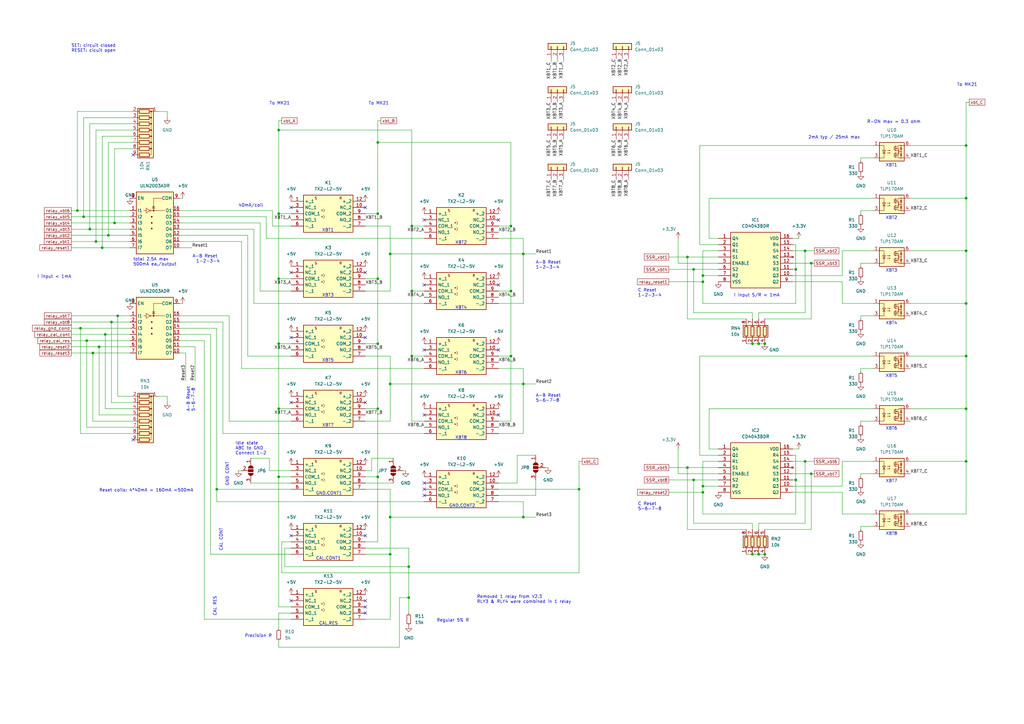
<source format=kicad_sch>
(kicad_sch (version 20230121) (generator eeschema)
  (paper "A3")
  (title_block (title "XBT Autolauncher 3.0") (rev "1") (company "NOAA/AOML") (comment 1 "Christian Saiz"))
  (junction (at 114.3 195.58))
  (junction (at 330.2 102.87))
  (junction (at 214.63 104.14))
  (junction (at 154.94 114.3))
  (junction (at 308.61 140.97))
  (junction (at 396.24 81.28))
  (junction (at 396.24 102.87))
  (junction (at 41.91 101.6))
  (junction (at 288.29 201.93))
  (junction (at 154.94 195.58))
  (junction (at 114.3 53.34))
  (junction (at 311.15 227.33))
  (junction (at 160.02 212.09))
  (junction (at 396.24 189.23))
  (junction (at 281.94 191.77))
  (junction (at 154.94 140.97))
  (junction (at 168.91 92.71))
  (junction (at 154.94 87.63))
  (junction (at 36.83 93.98))
  (junction (at 154.94 58.42))
  (junction (at 332.74 194.31))
  (junction (at 31.75 86.36))
  (junction (at 284.48 110.49))
  (junction (at 209.55 92.71))
  (junction (at 396.24 124.46))
  (junction (at 332.74 107.95))
  (junction (at 154.94 167.64))
  (junction (at 160.02 104.14))
  (junction (at 44.45 96.52))
  (junction (at 40.64 142.24))
  (junction (at 237.49 200.66))
  (junction (at 326.39 110.49))
  (junction (at 160.02 227.33))
  (junction (at 209.55 119.38))
  (junction (at 43.18 137.16))
  (junction (at 33.02 134.62))
  (junction (at 160.02 157.48))
  (junction (at 313.69 227.33))
  (junction (at 209.55 146.05))
  (junction (at 284.48 196.85))
  (junction (at 288.29 113.03))
  (junction (at 308.61 227.33))
  (junction (at 330.2 189.23))
  (junction (at 114.3 114.3))
  (junction (at 396.24 167.64))
  (junction (at 214.63 157.48))
  (junction (at 288.29 115.57))
  (junction (at 167.64 245.11))
  (junction (at 313.69 140.97))
  (junction (at 311.15 140.97))
  (junction (at 288.29 199.39))
  (junction (at 35.56 139.7))
  (junction (at 39.37 99.06))
  (junction (at 167.64 232.41))
  (junction (at 396.24 146.05))
  (junction (at 34.29 88.9))
  (junction (at 48.26 129.54))
  (junction (at 46.99 91.44))
  (junction (at 114.3 87.63))
  (junction (at 326.39 196.85))
  (junction (at 45.72 132.08))
  (junction (at 38.1 144.78))
  (junction (at 396.24 59.69))
  (junction (at 214.63 212.09))
  (junction (at 168.91 119.38))
  (junction (at 168.91 146.05))
  (junction (at 88.9 200.66))
  (junction (at 281.94 105.41))
  (junction (at 114.3 167.64))
  (junction (at 114.3 140.97))
  (no_connect (at 149.86 138.43))
  (no_connect (at 119.38 111.76))
  (no_connect (at 149.86 251.46))
  (no_connect (at 54.61 180.34))
  (no_connect (at 149.86 111.76))
  (no_connect (at 119.38 219.71))
  (no_connect (at 204.47 143.51))
  (no_connect (at 149.86 248.92))
  (no_connect (at 119.38 165.1))
  (no_connect (at 173.99 198.12))
  (no_connect (at 173.99 143.51))
  (no_connect (at 173.99 90.17))
  (no_connect (at 119.38 246.38))
  (no_connect (at 173.99 116.84))
  (no_connect (at 119.38 138.43))
  (no_connect (at 149.86 85.09))
  (no_connect (at 204.47 116.84))
  (no_connect (at 149.86 165.1))
  (no_connect (at 204.47 170.18))
  (no_connect (at 149.86 219.71))
  (no_connect (at 173.99 170.18))
  (no_connect (at 119.38 85.09))
  (no_connect (at 54.61 63.5))
  (no_connect (at 173.99 203.2))
  (no_connect (at 173.99 200.66))
  (no_connect (at 204.47 90.17))
  (no_connect (at 149.86 246.38))
  (wire (pts (xy 228.6 24.13) (xy 228.6 25.4)))
  (wire (pts (xy 204.47 205.74) (xy 214.63 205.74)))
  (wire (pts (xy 353.06 87.63) (xy 353.06 86.36)))
  (wire (pts (xy 353.06 195.58) (xy 353.06 194.31)))
  (wire (pts (xy 80.01 142.24) (xy 80.01 156.21)))
  (wire (pts (xy 325.12 110.49) (xy 326.39 110.49)))
  (wire (pts (xy 44.45 58.42) (xy 44.45 96.52)))
  (wire (pts (xy 214.63 124.46) (xy 214.63 104.14)))
  (wire (pts (xy 334.01 194.31) (xy 332.74 194.31)))
  (wire (pts (xy 287.02 186.69) (xy 294.64 186.69)))
  (wire (pts (xy 54.61 167.64) (xy 43.18 167.64)))
  (wire (pts (xy 288.29 115.57) (xy 288.29 124.46)))
  (wire (pts (xy 396.24 59.69) (xy 396.24 81.28)))
  (wire (pts (xy 214.63 177.8) (xy 214.63 157.48)))
  (wire (pts (xy 325.12 102.87) (xy 330.2 102.87)))
  (wire (pts (xy 160.02 227.33) (xy 160.02 212.09)))
  (wire (pts (xy 88.9 205.74) (xy 88.9 200.66)))
  (wire (pts (xy 167.64 245.11) (xy 167.64 251.46)))
  (wire (pts (xy 54.61 48.26) (xy 34.29 48.26)))
  (wire (pts (xy 274.32 105.41) (xy 281.94 105.41)))
  (wire (pts (xy 114.3 87.63) (xy 114.3 114.3)))
  (wire (pts (xy 33.02 134.62) (xy 33.02 177.8)))
  (wire (pts (xy 358.14 210.82) (xy 345.44 210.82)))
  (wire (pts (xy 326.39 100.33) (xy 326.39 110.49)))
  (wire (pts (xy 119.38 167.64) (xy 114.3 167.64)))
  (wire (pts (xy 396.24 81.28) (xy 396.24 102.87)))
  (wire (pts (xy 160.02 146.05) (xy 149.86 146.05)))
  (wire (pts (xy 209.55 172.72) (xy 209.55 146.05)))
  (wire (pts (xy 91.44 177.8) (xy 173.99 177.8)))
  (wire (pts (xy 284.48 196.85) (xy 294.64 196.85)))
  (wire (pts (xy 173.99 172.72) (xy 168.91 172.72)))
  (wire (pts (xy 353.06 86.36) (xy 358.14 86.36)))
  (wire (pts (xy 106.68 91.44) (xy 106.68 119.38)))
  (wire (pts (xy 29.21 99.06) (xy 39.37 99.06)))
  (wire (pts (xy 358.14 124.46) (xy 345.44 124.46)))
  (wire (pts (xy 29.21 132.08) (xy 45.72 132.08)))
  (wire (pts (xy 326.39 210.82) (xy 288.29 210.82)))
  (wire (pts (xy 396.24 81.28) (xy 373.38 81.28)))
  (wire (pts (xy 41.91 101.6) (xy 53.34 101.6)))
  (wire (pts (xy 330.2 102.87) (xy 330.2 128.27)))
  (wire (pts (xy 274.32 201.93) (xy 288.29 201.93)))
  (wire (pts (xy 168.91 146.05) (xy 168.91 172.72)))
  (wire (pts (xy 204.47 203.2) (xy 219.71 203.2)))
  (wire (pts (xy 45.72 132.08) (xy 53.34 132.08)))
  (wire (pts (xy 373.38 146.05) (xy 396.24 146.05)))
  (wire (pts (xy 396.24 189.23) (xy 373.38 189.23)))
  (wire (pts (xy 74.93 81.28) (xy 73.66 81.28)))
  (wire (pts (xy 168.91 92.71) (xy 168.91 119.38)))
  (wire (pts (xy 313.69 217.17) (xy 332.74 217.17)))
  (wire (pts (xy 353.06 173.99) (xy 353.06 172.72)))
  (wire (pts (xy 114.3 53.34) (xy 114.3 87.63)))
  (wire (pts (xy 358.14 59.69) (xy 287.02 59.69)))
  (wire (pts (xy 114.3 251.46) (xy 114.3 257.81)))
  (wire (pts (xy 119.38 222.25) (xy 115.57 222.25)))
  (wire (pts (xy 73.66 134.62) (xy 88.9 134.62)))
  (wire (pts (xy 274.32 110.49) (xy 284.48 110.49)))
  (wire (pts (xy 168.91 119.38) (xy 173.99 119.38)))
  (wire (pts (xy 73.66 93.98) (xy 104.14 93.98)))
  (wire (pts (xy 334.01 107.95) (xy 332.74 107.95)))
  (wire (pts (xy 396.24 59.69) (xy 396.24 41.91)))
  (wire (pts (xy 345.44 201.93) (xy 325.12 201.93)))
  (wire (pts (xy 287.02 146.05) (xy 287.02 186.69)))
  (wire (pts (xy 204.47 124.46) (xy 214.63 124.46)))
  (wire (pts (xy 116.84 232.41) (xy 167.64 232.41)))
  (wire (pts (xy 326.39 110.49) (xy 326.39 124.46)))
  (wire (pts (xy 288.29 189.23) (xy 288.29 199.39)))
  (wire (pts (xy 40.64 142.24) (xy 40.64 170.18)))
  (wire (pts (xy 149.86 92.71) (xy 160.02 92.71)))
  (wire (pts (xy 154.94 167.64) (xy 149.86 167.64)))
  (wire (pts (xy 106.68 119.38) (xy 119.38 119.38)))
  (wire (pts (xy 396.24 124.46) (xy 396.24 146.05)))
  (wire (pts (xy 358.14 81.28) (xy 290.83 81.28)))
  (wire (pts (xy 163.83 245.11) (xy 167.64 245.11)))
  (wire (pts (xy 73.66 96.52) (xy 101.6 96.52)))
  (wire (pts (xy 110.49 187.96) (xy 110.49 193.04)))
  (wire (pts (xy 115.57 234.95) (xy 237.49 234.95)))
  (wire (pts (xy 111.76 86.36) (xy 111.76 92.71)))
  (wire (pts (xy 326.39 124.46) (xy 288.29 124.46)))
  (wire (pts (xy 46.99 60.96) (xy 46.99 91.44)))
  (wire (pts (xy 114.3 195.58) (xy 114.3 248.92)))
  (wire (pts (xy 154.94 140.97) (xy 154.94 114.3)))
  (wire (pts (xy 29.21 101.6) (xy 41.91 101.6)))
  (wire (pts (xy 396.24 167.64) (xy 373.38 167.64)))
  (wire (pts (xy 29.21 129.54) (xy 48.26 129.54)))
  (wire (pts (xy 214.63 212.09) (xy 219.71 212.09)))
  (wire (pts (xy 345.44 199.39) (xy 325.12 199.39)))
  (wire (pts (xy 43.18 137.16) (xy 43.18 167.64)))
  (wire (pts (xy 29.21 142.24) (xy 40.64 142.24)))
  (wire (pts (xy 88.9 134.62) (xy 88.9 200.66)))
  (wire (pts (xy 54.61 170.18) (xy 40.64 170.18)))
  (wire (pts (xy 54.61 162.56) (xy 48.26 162.56)))
  (wire (pts (xy 330.2 189.23) (xy 330.2 214.63)))
  (wire (pts (xy 102.87 187.96) (xy 110.49 187.96)))
  (wire (pts (xy 29.21 86.36) (xy 31.75 86.36)))
  (wire (pts (xy 29.21 137.16) (xy 43.18 137.16)))
  (wire (pts (xy 114.3 114.3) (xy 114.3 140.97)))
  (wire (pts (xy 41.91 55.88) (xy 41.91 101.6)))
  (wire (pts (xy 214.63 151.13) (xy 214.63 157.48)))
  (wire (pts (xy 54.61 165.1) (xy 45.72 165.1)))
  (wire (pts (xy 353.06 152.4) (xy 353.06 151.13)))
  (wire (pts (xy 345.44 115.57) (xy 325.12 115.57)))
  (wire (pts (xy 353.06 151.13) (xy 358.14 151.13)))
  (wire (pts (xy 160.02 254) (xy 160.02 227.33)))
  (wire (pts (xy 114.3 140.97) (xy 119.38 140.97)))
  (wire (pts (xy 345.44 113.03) (xy 325.12 113.03)))
  (wire (pts (xy 154.94 195.58) (xy 154.94 167.64)))
  (wire (pts (xy 73.66 101.6) (xy 78.74 101.6)))
  (wire (pts (xy 353.06 66.04) (xy 353.06 64.77)))
  (wire (pts (xy 288.29 199.39) (xy 294.64 199.39)))
  (wire (pts (xy 73.66 91.44) (xy 106.68 91.44)))
  (wire (pts (xy 119.38 224.79) (xy 116.84 224.79)))
  (wire (pts (xy 345.44 124.46) (xy 345.44 115.57)))
  (wire (pts (xy 149.86 224.79) (xy 167.64 224.79)))
  (wire (pts (xy 353.06 215.9) (xy 358.14 215.9)))
  (wire (pts (xy 29.21 96.52) (xy 44.45 96.52)))
  (wire (pts (xy 274.32 191.77) (xy 281.94 191.77)))
  (wire (pts (xy 396.24 124.46) (xy 373.38 124.46)))
  (wire (pts (xy 287.02 100.33) (xy 294.64 100.33)))
  (wire (pts (xy 325.12 107.95) (xy 332.74 107.95)))
  (wire (pts (xy 165.1 193.04) (xy 166.37 193.04)))
  (wire (pts (xy 54.61 175.26) (xy 35.56 175.26)))
  (wire (pts (xy 154.94 140.97) (xy 149.86 140.97)))
  (wire (pts (xy 358.14 167.64) (xy 290.83 167.64)))
  (wire (pts (xy 102.87 198.12) (xy 119.38 198.12)))
  (wire (pts (xy 212.09 198.12) (xy 212.09 186.69)))
  (wire (pts (xy 274.32 115.57) (xy 288.29 115.57)))
  (wire (pts (xy 396.24 102.87) (xy 396.24 124.46)))
  (wire (pts (xy 168.91 53.34) (xy 168.91 92.71)))
  (wire (pts (xy 154.94 49.53) (xy 154.94 58.42)))
  (wire (pts (xy 274.32 196.85) (xy 284.48 196.85)))
  (wire (pts (xy 204.47 198.12) (xy 212.09 198.12)))
  (wire (pts (xy 278.13 194.31) (xy 294.64 194.31)))
  (wire (pts (xy 31.75 86.36) (xy 53.34 86.36)))
  (wire (pts (xy 73.66 139.7) (xy 83.82 139.7)))
  (wire (pts (xy 73.66 88.9) (xy 109.22 88.9)))
  (wire (pts (xy 308.61 214.63) (xy 284.48 214.63)))
  (wire (pts (xy 306.07 227.33) (xy 308.61 227.33)))
  (wire (pts (xy 104.14 93.98) (xy 104.14 124.46)))
  (wire (pts (xy 149.86 200.66) (xy 160.02 200.66)))
  (wire (pts (xy 29.21 93.98) (xy 36.83 93.98)))
  (wire (pts (xy 86.36 227.33) (xy 119.38 227.33)))
  (wire (pts (xy 115.57 49.53) (xy 114.3 49.53)))
  (wire (pts (xy 345.44 210.82) (xy 345.44 201.93)))
  (wire (pts (xy 54.61 172.72) (xy 38.1 172.72)))
  (wire (pts (xy 160.02 172.72) (xy 160.02 157.48)))
  (wire (pts (xy 114.3 262.89) (xy 114.3 265.43)))
  (wire (pts (xy 209.55 119.38) (xy 209.55 92.71)))
  (wire (pts (xy 231.14 24.13) (xy 231.14 25.4)))
  (wire (pts (xy 212.09 186.69) (xy 219.71 186.69)))
  (wire (pts (xy 290.83 81.28) (xy 290.83 97.79)))
  (wire (pts (xy 214.63 157.48) (xy 160.02 157.48)))
  (wire (pts (xy 149.86 227.33) (xy 160.02 227.33)))
  (wire (pts (xy 173.99 205.74) (xy 88.9 205.74)))
  (wire (pts (xy 38.1 172.72) (xy 38.1 144.78)))
  (wire (pts (xy 353.06 109.22) (xy 353.06 107.95)))
  (wire (pts (xy 114.3 49.53) (xy 114.3 53.34)))
  (wire (pts (xy 308.61 217.17) (xy 308.61 214.63)))
  (wire (pts (xy 358.14 102.87) (xy 345.44 102.87)))
  (wire (pts (xy 209.55 92.71) (xy 204.47 92.71)))
  (wire (pts (xy 288.29 201.93) (xy 288.29 199.39)))
  (wire (pts (xy 160.02 157.48) (xy 160.02 146.05)))
  (wire (pts (xy 115.57 222.25) (xy 115.57 234.95)))
  (wire (pts (xy 64.77 162.56) (xy 68.58 162.56)))
  (wire (pts (xy 160.02 119.38) (xy 160.02 104.14)))
  (wire (pts (xy 284.48 110.49) (xy 294.64 110.49)))
  (wire (pts (xy 154.94 114.3) (xy 154.94 87.63)))
  (wire (pts (xy 154.94 58.42) (xy 209.55 58.42)))
  (wire (pts (xy 73.66 142.24) (xy 80.01 142.24)))
  (wire (pts (xy 287.02 59.69) (xy 287.02 100.33)))
  (wire (pts (xy 332.74 107.95) (xy 332.74 130.81)))
  (wire (pts (xy 149.86 198.12) (xy 161.29 198.12)))
  (wire (pts (xy 31.75 45.72) (xy 31.75 86.36)))
  (wire (pts (xy 149.86 195.58) (xy 154.94 195.58)))
  (wire (pts (xy 160.02 200.66) (xy 160.02 212.09)))
  (wire (pts (xy 152.4 187.96) (xy 161.29 187.96)))
  (wire (pts (xy 306.07 217.17) (xy 281.94 217.17)))
  (wire (pts (xy 152.4 193.04) (xy 152.4 187.96)))
  (wire (pts (xy 34.29 48.26) (xy 34.29 88.9)))
  (wire (pts (xy 101.6 146.05) (xy 119.38 146.05)))
  (wire (pts (xy 167.64 232.41) (xy 167.64 245.11)))
  (wire (pts (xy 209.55 146.05) (xy 204.47 146.05)))
  (wire (pts (xy 308.61 140.97) (xy 311.15 140.97)))
  (wire (pts (xy 334.01 189.23) (xy 330.2 189.23)))
  (wire (pts (xy 40.64 142.24) (xy 53.34 142.24)))
  (wire (pts (xy 119.38 195.58) (xy 114.3 195.58)))
  (wire (pts (xy 223.52 191.77) (xy 224.79 191.77)))
  (wire (pts (xy 290.83 184.15) (xy 294.64 184.15)))
  (wire (pts (xy 99.06 99.06) (xy 99.06 151.13)))
  (wire (pts (xy 29.21 144.78) (xy 38.1 144.78)))
  (wire (pts (xy 99.06 151.13) (xy 173.99 151.13)))
  (wire (pts (xy 209.55 172.72) (xy 204.47 172.72)))
  (wire (pts (xy 73.66 137.16) (xy 86.36 137.16)))
  (wire (pts (xy 219.71 196.85) (xy 219.71 203.2)))
  (wire (pts (xy 114.3 265.43) (xy 163.83 265.43)))
  (wire (pts (xy 104.14 124.46) (xy 173.99 124.46)))
  (wire (pts (xy 284.48 196.85) (xy 284.48 214.63)))
  (wire (pts (xy 39.37 53.34) (xy 39.37 99.06)))
  (wire (pts (xy 160.02 212.09) (xy 214.63 212.09)))
  (wire (pts (xy 313.69 130.81) (xy 332.74 130.81)))
  (wire (pts (xy 168.91 119.38) (xy 168.91 146.05)))
  (wire (pts (xy 97.79 193.04) (xy 99.06 193.04)))
  (wire (pts (xy 204.47 200.66) (xy 237.49 200.66)))
  (wire (pts (xy 396.24 167.64) (xy 396.24 189.23)))
  (wire (pts (xy 334.01 102.87) (xy 330.2 102.87)))
  (wire (pts (xy 114.3 140.97) (xy 114.3 167.64)))
  (wire (pts (xy 168.91 92.71) (xy 173.99 92.71)))
  (wire (pts (xy 114.3 195.58) (xy 114.3 167.64)))
  (wire (pts (xy 48.26 129.54) (xy 48.26 162.56)))
  (wire (pts (xy 281.94 105.41) (xy 281.94 130.81)))
  (wire (pts (xy 353.06 130.81) (xy 353.06 129.54)))
  (wire (pts (xy 353.06 194.31) (xy 358.14 194.31)))
  (wire (pts (xy 214.63 104.14) (xy 214.63 97.79)))
  (wire (pts (xy 54.61 58.42) (xy 44.45 58.42)))
  (wire (pts (xy 311.15 217.17) (xy 311.15 214.63)))
  (wire (pts (xy 284.48 128.27) (xy 284.48 110.49)))
  (wire (pts (xy 154.94 87.63) (xy 149.86 87.63)))
  (wire (pts (xy 308.61 128.27) (xy 284.48 128.27)))
  (wire (pts (xy 160.02 104.14) (xy 214.63 104.14)))
  (wire (pts (xy 91.44 132.08) (xy 91.44 177.8)))
  (wire (pts (xy 111.76 92.71) (xy 119.38 92.71)))
  (wire (pts (xy 306.07 140.97) (xy 308.61 140.97)))
  (wire (pts (xy 154.94 167.64) (xy 154.94 140.97)))
  (wire (pts (xy 209.55 146.05) (xy 209.55 119.38)))
  (wire (pts (xy 214.63 157.48) (xy 219.71 157.48)))
  (wire (pts (xy 68.58 162.56) (xy 68.58 165.1)))
  (wire (pts (xy 73.66 86.36) (xy 111.76 86.36)))
  (wire (pts (xy 294.64 189.23) (xy 288.29 189.23)))
  (wire (pts (xy 88.9 200.66) (xy 119.38 200.66)))
  (wire (pts (xy 73.66 129.54) (xy 93.98 129.54)))
  (wire (pts (xy 64.77 45.72) (xy 68.58 45.72)))
  (wire (pts (xy 396.24 41.91) (xy 397.51 41.91)))
  (wire (pts (xy 281.94 105.41) (xy 294.64 105.41)))
  (wire (pts (xy 54.61 50.8) (xy 36.83 50.8)))
  (wire (pts (xy 209.55 92.71) (xy 209.55 58.42)))
  (wire (pts (xy 288.29 201.93) (xy 288.29 210.82)))
  (wire (pts (xy 160.02 92.71) (xy 160.02 104.14)))
  (wire (pts (xy 154.94 49.53) (xy 156.21 49.53)))
  (wire (pts (xy 325.12 100.33) (xy 326.39 100.33)))
  (wire (pts (xy 311.15 130.81) (xy 311.15 128.27)))
  (wire (pts (xy 46.99 91.44) (xy 53.34 91.44)))
  (wire (pts (xy 278.13 184.15) (xy 278.13 194.31)))
  (wire (pts (xy 396.24 146.05) (xy 396.24 167.64)))
  (wire (pts (xy 226.06 24.13) (xy 226.06 25.4)))
  (wire (pts (xy 345.44 189.23) (xy 345.44 199.39)))
  (wire (pts (xy 154.94 58.42) (xy 154.94 87.63)))
  (wire (pts (xy 306.07 130.81) (xy 281.94 130.81)))
  (wire (pts (xy 332.74 194.31) (xy 325.12 194.31)))
  (wire (pts (xy 36.83 93.98) (xy 53.34 93.98)))
  (wire (pts (xy 149.86 193.04) (xy 152.4 193.04)))
  (wire (pts (xy 358.14 146.05) (xy 287.02 146.05)))
  (wire (pts (xy 330.2 189.23) (xy 325.12 189.23)))
  (wire (pts (xy 93.98 129.54) (xy 93.98 172.72)))
  (wire (pts (xy 311.15 214.63) (xy 330.2 214.63)))
  (wire (pts (xy 396.24 189.23) (xy 396.24 210.82)))
  (wire (pts (xy 332.74 194.31) (xy 332.74 217.17)))
  (wire (pts (xy 35.56 139.7) (xy 35.56 175.26)))
  (wire (pts (xy 308.61 130.81) (xy 308.61 128.27)))
  (wire (pts (xy 109.22 97.79) (xy 173.99 97.79)))
  (wire (pts (xy 326.39 196.85) (xy 326.39 210.82)))
  (wire (pts (xy 311.15 227.33) (xy 313.69 227.33)))
  (wire (pts (xy 325.12 196.85) (xy 326.39 196.85)))
  (wire (pts (xy 76.2 144.78) (xy 76.2 156.21)))
  (wire (pts (xy 149.86 254) (xy 160.02 254)))
  (wire (pts (xy 119.38 251.46) (xy 114.3 251.46)))
  (wire (pts (xy 114.3 114.3) (xy 119.38 114.3)))
  (wire (pts (xy 154.94 222.25) (xy 154.94 195.58)))
  (wire (pts (xy 278.13 107.95) (xy 294.64 107.95)))
  (wire (pts (xy 86.36 137.16) (xy 86.36 227.33)))
  (wire (pts (xy 44.45 96.52) (xy 53.34 96.52)))
  (wire (pts (xy 353.06 129.54) (xy 358.14 129.54)))
  (wire (pts (xy 149.86 119.38) (xy 160.02 119.38)))
  (wire (pts (xy 396.24 102.87) (xy 373.38 102.87)))
  (wire (pts (xy 119.38 248.92) (xy 114.3 248.92)))
  (wire (pts (xy 35.56 139.7) (xy 53.34 139.7)))
  (wire (pts (xy 114.3 87.63) (xy 119.38 87.63)))
  (wire (pts (xy 214.63 205.74) (xy 214.63 212.09)))
  (wire (pts (xy 114.3 53.34) (xy 168.91 53.34)))
  (wire (pts (xy 353.06 172.72) (xy 358.14 172.72)))
  (wire (pts (xy 101.6 96.52) (xy 101.6 146.05)))
  (wire (pts (xy 326.39 186.69) (xy 326.39 196.85)))
  (wire (pts (xy 325.12 184.15) (xy 327.66 184.15)))
  (wire (pts (xy 54.61 53.34) (xy 39.37 53.34)))
  (wire (pts (xy 325.12 97.79) (xy 327.66 97.79)))
  (wire (pts (xy 396.24 210.82) (xy 373.38 210.82)))
  (wire (pts (xy 76.2 144.78) (xy 73.66 144.78)))
  (wire (pts (xy 353.06 217.17) (xy 353.06 215.9)))
  (wire (pts (xy 154.94 114.3) (xy 149.86 114.3)))
  (wire (pts (xy 311.15 140.97) (xy 313.69 140.97)))
  (wire (pts (xy 290.83 167.64) (xy 290.83 184.15)))
  (wire (pts (xy 149.86 172.72) (xy 160.02 172.72)))
  (wire (pts (xy 345.44 102.87) (xy 345.44 113.03)))
  (wire (pts (xy 353.06 107.95) (xy 358.14 107.95)))
  (wire (pts (xy 29.21 139.7) (xy 35.56 139.7)))
  (wire (pts (xy 93.98 172.72) (xy 119.38 172.72)))
  (wire (pts (xy 288.29 115.57) (xy 288.29 113.03)))
  (wire (pts (xy 214.63 104.14) (xy 219.71 104.14)))
  (wire (pts (xy 278.13 97.79) (xy 278.13 107.95)))
  (wire (pts (xy 237.49 189.23) (xy 238.76 189.23)))
  (wire (pts (xy 116.84 224.79) (xy 116.84 232.41)))
  (wire (pts (xy 54.61 55.88) (xy 41.91 55.88)))
  (wire (pts (xy 294.64 102.87) (xy 288.29 102.87)))
  (wire (pts (xy 68.58 45.72) (xy 68.58 48.26)))
  (wire (pts (xy 325.12 186.69) (xy 326.39 186.69)))
  (wire (pts (xy 209.55 119.38) (xy 204.47 119.38)))
  (wire (pts (xy 237.49 200.66) (xy 237.49 234.95)))
  (wire (pts (xy 110.49 193.04) (xy 119.38 193.04)))
  (wire (pts (xy 204.47 151.13) (xy 214.63 151.13)))
  (wire (pts (xy 34.29 88.9) (xy 53.34 88.9)))
  (wire (pts (xy 281.94 191.77) (xy 294.64 191.77)))
  (wire (pts (xy 204.47 177.8) (xy 214.63 177.8)))
  (wire (pts (xy 149.86 222.25) (xy 154.94 222.25)))
  (wire (pts (xy 109.22 88.9) (xy 109.22 97.79)))
  (wire (pts (xy 29.21 91.44) (xy 46.99 91.44)))
  (wire (pts (xy 33.02 134.62) (xy 53.34 134.62)))
  (wire (pts (xy 163.83 265.43) (xy 163.83 245.11)))
  (wire (pts (xy 288.29 102.87) (xy 288.29 113.03)))
  (wire (pts (xy 83.82 139.7) (xy 83.82 254)))
  (wire (pts (xy 54.61 45.72) (xy 31.75 45.72)))
  (wire (pts (xy 168.91 146.05) (xy 173.99 146.05)))
  (wire (pts (xy 83.82 254) (xy 119.38 254)))
  (wire (pts (xy 237.49 189.23) (xy 237.49 200.66)))
  (wire (pts (xy 358.14 189.23) (xy 345.44 189.23)))
  (wire (pts (xy 311.15 128.27) (xy 330.2 128.27)))
  (wire (pts (xy 36.83 50.8) (xy 36.83 93.98)))
  (wire (pts (xy 353.06 64.77) (xy 358.14 64.77)))
  (wire (pts (xy 54.61 60.96) (xy 46.99 60.96)))
  (wire (pts (xy 308.61 227.33) (xy 311.15 227.33)))
  (wire (pts (xy 214.63 97.79) (xy 204.47 97.79)))
  (wire (pts (xy 74.93 124.46) (xy 73.66 124.46)))
  (wire (pts (xy 73.66 132.08) (xy 91.44 132.08)))
  (wire (pts (xy 73.66 99.06) (xy 99.06 99.06)))
  (wire (pts (xy 281.94 191.77) (xy 281.94 217.17)))
  (wire (pts (xy 43.18 137.16) (xy 53.34 137.16)))
  (wire (pts (xy 54.61 177.8) (xy 33.02 177.8)))
  (wire (pts (xy 38.1 144.78) (xy 53.34 144.78)))
  (wire (pts (xy 290.83 97.79) (xy 294.64 97.79)))
  (wire (pts (xy 45.72 132.08) (xy 45.72 165.1)))
  (wire (pts (xy 167.64 224.79) (xy 167.64 232.41)))
  (wire (pts (xy 29.21 88.9) (xy 34.29 88.9)))
  (wire (pts (xy 39.37 99.06) (xy 53.34 99.06)))
  (wire (pts (xy 48.26 129.54) (xy 53.34 129.54)))
  (wire (pts (xy 373.38 59.69) (xy 396.24 59.69)))
  (wire (pts (xy 288.29 113.03) (xy 294.64 113.03)))
  (wire (pts (xy 29.21 134.62) (xy 33.02 134.62)))
  (text "GND.CONT2" (at 184.15 208.28 0) (effects (font (size 1.27 1.27)) (justify left bottom)))
  (text "XBT4" (at 186.69 127 0) (effects (font (size 1.27 1.27)) (justify left bottom)))
  (text "SET: circuit closed\nRESET: cicuit open" (at 29.21 21.59 0) (effects (font (size 1.27 1.27)) (justify left bottom)))
  (text "XBT7" (at 363.22 198.12 0) (effects (font (size 1.27 1.27)) (justify left bottom)))
  (text "XBT6" (at 363.22 176.53 0) (effects (font (size 1.27 1.27)) (justify left bottom)))
  (text "A-B Reset \n1-2-3-4\n" (at 90.17 107.95 0) (effects (font (size 1.27 1.27)) (justify right bottom)))
  (text "XBT8" (at 186.69 180.34 0) (effects (font (size 1.27 1.27)) (justify left bottom)))
  (text "I input S/R < 1mA" (at 300.99 121.92 0) (effects (font (size 1.27 1.27)) (justify left bottom)))
  (text "XBT3" (at 363.22 111.76 0) (effects (font (size 1.27 1.27)) (justify left bottom)))
  (text "A-B Reset \n5-6-7-8\n" (at 80.01 168.91 90) (effects (font (size 1.27 1.27)) (justify left bottom)))
  (text "Reset coils: 4*40mA = 160mA <500mA" (at 40.64 201.93 0) (effects (font (size 1.27 1.27)) (justify left bottom)))
  (text "XBT8" (at 363.22 219.71 0) (effects (font (size 1.27 1.27)) (justify left bottom)))
  (text "To MK21" (at 392.43 35.56 0) (effects (font (size 1.27 1.27)) (justify left bottom)))
  (text "A-B Reset \n1-2-3-4\n" (at 219.71 110.49 0) (effects (font (size 1.27 1.27)) (justify left bottom)))
  (text "CAL.RES" (at 130.81 256.54 0) (effects (font (size 1.27 1.27)) (justify left bottom)))
  (text "Precision R" (at 100.33 261.62 0) (effects (font (size 1.27 1.27)) (justify left bottom)))
  (text "XBT4" (at 363.22 133.35 0) (effects (font (size 1.27 1.27)) (justify left bottom)))
  (text "CAL RES\n" (at 88.9 252.73 90) (effects (font (size 1.27 1.27)) (justify left bottom)))
  (text "XBT2" (at 186.69 100.33 0) (effects (font (size 1.27 1.27)) (justify left bottom)))
  (text "To MK21" (at 110.49 43.18 0) (effects (font (size 1.27 1.27)) (justify left bottom)))
  (text "XBT6" (at 186.69 153.67 0) (effects (font (size 1.27 1.27)) (justify left bottom)))
  (text "R-ON max = 0.3 ohm" (at 355.6 50.8 0) (effects (font (size 1.27 1.27)) (justify left bottom)))
  (text "To MK21" (at 151.13 43.18 0) (effects (font (size 1.27 1.27)) (justify left bottom)))
  (text "Regular 5% R" (at 179.07 255.27 0) (effects (font (size 1.27 1.27)) (justify left bottom)))
  (text "XBT1" (at 132.08 95.25 0) (effects (font (size 1.27 1.27)) (justify left bottom)))
  (text "total 2.5A max\n500mA ea./output\n" (at 54.61 109.22 0) (effects (font (size 1.27 1.27)) (justify left bottom)))
  (text "XBT2" (at 363.22 90.17 0) (effects (font (size 1.27 1.27)) (justify left bottom)))
  (text "XBT7" (at 132.08 175.26 0) (effects (font (size 1.27 1.27)) (justify left bottom)))
  (text "40mA/coil\n" (at 97.79 85.09 0) (effects (font (size 1.27 1.27)) (justify left bottom)))
  (text "C Reset \n5-6-7-8\n" (at 261.62 209.55 0) (effects (font (size 1.27 1.27)) (justify left bottom)))
  (text "Idle state\nABC to GND\nConnect 1-2" (at 96.52 186.69 0) (effects (font (size 1.27 1.27)) (justify left bottom)))
  (text "I input < 1mA" (at 15.24 114.3 0) (effects (font (size 1.27 1.27)) (justify left bottom)))
  (text "2mA typ / 25mA max" (at 331.47 57.15 0) (effects (font (size 1.27 1.27)) (justify left bottom)))
  (text "XBT1" (at 363.22 68.58 0) (effects (font (size 1.27 1.27)) (justify left bottom)))
  (text "XBT5" (at 363.22 154.94 0) (effects (font (size 1.27 1.27)) (justify left bottom)))
  (text "CAL.CONT1" (at 129.54 229.87 0) (effects (font (size 1.27 1.27)) (justify left bottom)))
  (text "GND CONT\n" (at 93.98 199.39 90) (effects (font (size 1.27 1.27)) (justify left bottom)))
  (text "Removed 1 relay from V2.3\nRLY3 & RLY4 were combined in 1 relay" (at 195.58 247.65 0) (effects (font (size 1.27 1.27)) (justify left bottom)))
  (text "XBT5" (at 132.08 148.59 0) (effects (font (size 1.27 1.27)) (justify left bottom)))
  (text "C Reset \n1-2-3-4\n" (at 261.62 121.92 0) (effects (font (size 1.27 1.27)) (justify left bottom)))
  (text "XBT3" (at 132.08 121.92 0) (effects (font (size 1.27 1.27)) (justify left bottom)))
  (text "CAL CONT" (at 91.44 226.06 90) (effects (font (size 1.27 1.27)) (justify left bottom)))
  (text "A-B Reset \n5-6-7-8\n" (at 219.71 165.1 0) (effects (font (size 1.27 1.27)) (justify left bottom)))
  (text "GND.CONT1" (at 129.54 203.2 0) (effects (font (size 1.27 1.27)) (justify left bottom)))
  (label "XBT3_C" (at 226.06 41.91 270))
  (label "XBT4_A" (at 257.81 41.91 270))
  (label "XBT5_C" (at 373.38 151.13 0))
  (label "XBT2_B" (at 255.27 24.13 270))
  (label "XBT6_B" (at 204.47 148.59 0))
  (label "XBT7_C" (at 226.06 73.66 270))
  (label "XBT4_B" (at 204.47 121.92 0))
  (label "XBT7_A" (at 231.14 73.66 270))
  (label "Reset3" (at 76.2 156.21 90))
  (label "XBT4_B" (at 255.27 41.91 270))
  (label "XBT1_B" (at 228.6 25.4 270))
  (label "XBT6_A" (at 173.99 148.59 180))
  (label "XBT7_B" (at 228.6 73.66 270))
  (label "XBT1_A" (at 119.38 90.17 180))
  (label "XBT4_C" (at 373.38 129.54 0))
  (label "XBT8_C" (at 252.73 73.66 270))
  (label "XBT2_B" (at 204.47 95.25 0))
  (label "Reset3" (at 219.71 212.09 0))
  (label "XBT8_B" (at 204.47 175.26 0))
  (label "XBT3_B" (at 149.86 116.84 0))
  (label "XBT4_C" (at 252.73 41.91 270))
  (label "XBT5_C" (at 226.06 57.15 270))
  (label "Reset2" (at 219.71 157.48 0))
  (label "XBT3_B" (at 228.6 41.91 270))
  (label "XBT2_C" (at 373.38 86.36 0))
  (label "XBT7_C" (at 373.38 194.31 0))
  (label "XBT8_A" (at 257.81 73.66 270))
  (label "XBT2_C" (at 252.73 24.13 270))
  (label "XBT1_A" (at 231.14 25.4 270))
  (label "XBT8_C" (at 373.38 215.9 0))
  (label "XBT3_C" (at 373.38 107.95 0))
  (label "XBT7_B" (at 149.86 170.18 0))
  (label "XBT2_A" (at 257.81 24.13 270))
  (label "XBT6_C" (at 373.38 172.72 0))
  (label "XBT5_B" (at 228.6 57.15 270))
  (label "XBT3_A" (at 231.14 41.91 270))
  (label "XBT5_B" (at 149.86 143.51 0))
  (label "XBT3_A" (at 119.38 116.84 180))
  (label "XBT1_B" (at 149.86 90.17 0))
  (label "Reset2" (at 80.01 156.21 90))
  (label "XBT7_A" (at 119.38 170.18 180))
  (label "Reset1" (at 219.71 104.14 0))
  (label "XBT2_A" (at 173.99 95.25 180))
  (label "XBT6_A" (at 257.81 57.15 270))
  (label "XBT4_A" (at 173.99 121.92 180))
  (label "Reset1" (at 78.74 101.6 0))
  (label "XBT5_A" (at 231.14 57.15 270))
  (label "XBT5_A" (at 119.38 143.51 180))
  (label "XBT6_C" (at 252.73 57.15 270))
  (label "XBT8_A" (at 173.99 175.26 180))
  (label "XBT6_B" (at 255.27 57.15 270))
  (label "XBT1_C" (at 373.38 64.77 0))
  (label "XBT1_C" (at 226.06 25.4 270))
  (label "XBT8_B" (at 255.27 73.66 270))
  (global_label "relay_cal_cont" (shape passive) (at 29.21 137.16 180) (property "Intersheetrefs" "${INTERSHEET_REFS}" (effects hide)))
  (global_label "SSR_xbt3" (shape passive) (at 334.01 107.95 0) (property "Intersheetrefs" "${INTERSHEET_REFS}" (effects hide)))
  (global_label "relay_xbt4" (shape passive) (at 29.21 91.44 180) (property "Intersheetrefs" "${INTERSHEET_REFS}" (effects hide)))
  (global_label "relay_reset2" (shape passive) (at 274.32 201.93 180) (property "Intersheetrefs" "${INTERSHEET_REFS}" (effects hide)))
  (global_label "relay_reset1" (shape passive) (at 29.21 101.6 180) (property "Intersheetrefs" "${INTERSHEET_REFS}" (effects hide)))
  (global_label "relay_cal_res" (shape passive) (at 29.21 139.7 180) (property "Intersheetrefs" "${INTERSHEET_REFS}" (effects hide)))
  (global_label "relay_xbt6" (shape passive) (at 29.21 86.36 180) (property "Intersheetrefs" "${INTERSHEET_REFS}" (effects hide)))
  (global_label "SSR_xbt1" (shape passive) (at 274.32 105.41 180) (property "Intersheetrefs" "${INTERSHEET_REFS}" (effects hide)))
  (global_label "relay_xbt2" (shape passive) (at 29.21 96.52 180) (property "Intersheetrefs" "${INTERSHEET_REFS}" (effects hide)))
  (global_label "xbt_A" (shape passive) (at 115.57 49.53 0) (property "Intersheetrefs" "${INTERSHEET_REFS}" (effects hide)))
  (global_label "relay_xbt5" (shape passive) (at 29.21 88.9 180) (property "Intersheetrefs" "${INTERSHEET_REFS}" (effects hide)))
  (global_label "relay_gnd_cond" (shape passive) (at 29.21 134.62 180) (property "Intersheetrefs" "${INTERSHEET_REFS}" (effects hide)))
  (global_label "relay_reset3" (shape passive) (at 29.21 144.78 180) (property "Intersheetrefs" "${INTERSHEET_REFS}" (effects hide)))
  (global_label "relay_reset2" (shape passive) (at 29.21 142.24 180) (property "Intersheetrefs" "${INTERSHEET_REFS}" (effects hide)))
  (global_label "SSR_xbt4" (shape passive) (at 274.32 110.49 180) (property "Intersheetrefs" "${INTERSHEET_REFS}" (effects hide)))
  (global_label "xbt_C" (shape passive) (at 397.51 41.91 0) (property "Intersheetrefs" "${INTERSHEET_REFS}" (effects hide)))
  (global_label "relay_reset1" (shape passive) (at 274.32 115.57 180) (property "Intersheetrefs" "${INTERSHEET_REFS}" (effects hide)))
  (global_label "SSR_xbt2" (shape passive) (at 334.01 102.87 0) (property "Intersheetrefs" "${INTERSHEET_REFS}" (effects hide)))
  (global_label "SSR_xbt5" (shape passive) (at 274.32 191.77 180) (property "Intersheetrefs" "${INTERSHEET_REFS}" (effects hide)))
  (global_label "xbt_C" (shape passive) (at 238.76 189.23 0) (property "Intersheetrefs" "${INTERSHEET_REFS}" (effects hide)))
  (global_label "relay_xbt3" (shape passive) (at 29.21 93.98 180) (property "Intersheetrefs" "${INTERSHEET_REFS}" (effects hide)))
  (global_label "xbt_B" (shape passive) (at 156.21 49.53 0) (property "Intersheetrefs" "${INTERSHEET_REFS}" (effects hide)))
  (global_label "relay_xbt8" (shape passive) (at 29.21 132.08 180) (property "Intersheetrefs" "${INTERSHEET_REFS}" (effects hide)))
  (global_label "relay_xbt7" (shape passive) (at 29.21 129.54 180) (property "Intersheetrefs" "${INTERSHEET_REFS}" (effects hide)))
  (global_label "relay_xbt1" (shape passive) (at 29.21 99.06 180) (property "Intersheetrefs" "${INTERSHEET_REFS}" (effects hide)))
  (global_label "SSR_xbt7" (shape passive) (at 334.01 194.31 0) (property "Intersheetrefs" "${INTERSHEET_REFS}" (effects hide)))
  (global_label "SSR_xbt6" (shape passive) (at 334.01 189.23 0) (property "Intersheetrefs" "${INTERSHEET_REFS}" (effects hide)))
  (global_label "SSR_xbt8" (shape passive) (at 274.32 196.85 180) (property "Intersheetrefs" "${INTERSHEET_REFS}" (effects hide)))
  (symbol (lib_id "Relay_SolidState:TLP175A") (at 365.76 148.59 0) (unit 1)
    (property "Reference" "U14" (at 365.76 139.7 0))
    (property "Value" "TLP170AM" (at 365.76 142.24 0))
    (property "Footprint" "Package_SO:MFSOP6-4_4.4x3.6mm_P1.27mm" (effects hide))
    (property "Datasheet" "https://toshiba.semicon-storage.com/info/TLP170AM_datasheet_en_20210524.pdf?did=69016&prodName=TLP170AM" (effects hide))
    (property "Digikey" "https://www.digikey.com/en/products/detail/toshiba-semiconductor-and-storage/TLP170AM-TPL-E/12698771" (effects hide))
    (property "Cost" "1.28" (effects hide))
    (property "Part" "TLP170AM(TPL,E" (effects hide))
  )
  (symbol (lib_id "power:GND") (at 68.58 48.26 0) (unit 1)
    (property "Reference" "#PWR046" (effects hide))
    (property "Value" "GND" (at 68.58 53.34 0))
    (instances (project "AOML_AB_3.0_reorganized-v2" (path "" (reference "#PWR046") (unit 1)) (path "" (reference "#PWR0174") (unit 1))))
  )
  (symbol (lib_id "power:+5V") (at 119.38 243.84 0) (unit 1)
    (property "Reference" "#PWR060" (effects hide))
    (property "Value" "+5V" (at 119.38 238.76 0))
  )
  (symbol (lib_id "power:GND") (at 294.64 201.93 0) (unit 1)
    (property "Reference" "#PWR084" (effects hide))
    (property "Value" "GND" (at 294.64 207.01 0))
  )
  (symbol (lib_id "power:+5V") (at 149.86 243.84 0) (unit 1)
    (property "Reference" "#PWR067" (effects hide))
    (property "Value" "+5V" (at 149.86 238.76 0))
  )
  (symbol (lib_id "power:GND") (at 353.06 179.07 0) (unit 1)
    (property "Reference" "#PWR0164" (effects hide))
    (property "Value" "GND" (at 353.06 184.15 0))
  )
  (symbol (lib_id "ULN2003AN:ULN2003") (at 63.5 134.62 0) (unit 1)
    (property "Reference" "U5" (at 63.5 116.84 0))
    (property "Value" "ULN2003ADR" (at 63.5 119.38 0))
    (property "Footprint" "Relay_driver_ULN2003ADR:D0016A_L" (effects hide))
    (property "Datasheet" "http://www.ti.com/lit/ds/symlink/uln2003a.pdf" (effects hide))
    (property "Digikey" "https://www.digikey.com/en/products/detail/texas-instruments/ULN2003ADR/277011?s=N4IgTCBcDa4JwDYC0BGAzAgHKpA5AIiALoC%2BQA" (effects hide))
    (property "Cost" "0.46" (effects hide))
    (property "Part" "ULN2003ADR" (effects hide))
    (instances (project "AOML_AB_3.0_reorganized-v2" (path "" (reference "U5") (unit 1)) (path "" (reference "U9") (unit 1))))
  )
  (symbol (lib_id "Relay_SolidState:TLP175A") (at 365.76 105.41 0) (unit 1)
    (property "Reference" "U12" (at 365.76 96.52 0))
    (property "Value" "TLP170AM" (at 365.76 99.06 0))
    (property "Footprint" "Package_SO:MFSOP6-4_4.4x3.6mm_P1.27mm" (effects hide))
    (property "Datasheet" "https://toshiba.semicon-storage.com/info/TLP170AM_datasheet_en_20210524.pdf?did=69016&prodName=TLP170AM" (effects hide))
    (property "Digikey" "https://www.digikey.com/en/products/detail/toshiba-semiconductor-and-storage/TLP170AM-TPL-E/12698771" (effects hide))
    (property "Cost" "1.28" (effects hide))
    (property "Part" "TLP170AM(TPL,E" (effects hide))
  )
  (symbol (lib_id "Connector_Generic:Conn_01x03") (at 228.6 19.05 90) (unit 1)
    (property "Reference" "J5" (at 233.68 17.78 90) (effects (justify right)))
    (property "Value" "Conn_01x03" (at 233.68 20.32 90) (effects (justify right)))
    (property "Footprint" "CUI_3x1_connector:CUI_TBP02R2-381-03BE" (effects hide))
    (property "Datasheet" "https://www.cuidevices.com/product/resource/tbp02r2-381.pdf" (effects hide))
    (property "Digikey" "https://www.digikey.com/en/products/detail/cui-devices/TBP02R2-381-03BE/10238470" (effects hide))
    (property "Cost" "0.58" (effects hide))
    (property "Part" "TBP02R2-381-03BE" (effects hide))
    (instances (project "AOML_AB_3.0_reorganized-v2" (path "" (reference "J5") (unit 1)) (path "" (reference "J8") (unit 1))))
  )
  (symbol (lib_id "power:GND") (at 97.79 193.04 0) (unit 1)
    (property "Reference" "#PWR053" (effects hide))
    (property "Value" "GND" (at 97.79 198.12 0))
  )
  (symbol (lib_id "Relay_TX-L2-5V_2:TX2-L2-5V") (at 173.99 114.3 0) (unit 1)
    (property "Reference" "K4" (at 189.23 106.68 0))
    (property "Value" "TX2-L2-5V" (at 189.23 109.22 0))
    (property "Footprint" "Relay_TX-L2-5V:RELAY_TX2_L2_PAN" (effects hide))
    (property "Datasheet" "https://datasheet.datasheetarchive.com/originals/distributors/Datasheets-21/DSA-416365.pdf" (effects hide))
    (property "Digikey" "https://www.digikey.com/en/products/detail/panasonic-electric-works/TX2-L2-5V/570921" (effects hide))
    (property "Cost" "3.61" (effects hide))
    (property "Part" "TX2-L2-5V" (effects hide))
  )
  (symbol (lib_id "power:+3.3V") (at 327.66 184.15 0) (unit 1)
    (property "Reference" "#PWR086" (effects hide))
    (property "Value" "+3.3V" (at 327.66 179.07 0))
  )
  (symbol (lib_id "power:+5V") (at 74.93 124.46 0) (unit 1)
    (property "Reference" "#PWR052" (effects hide))
    (property "Value" "+5V" (at 74.93 119.38 0))
  )
  (symbol (lib_id "Relay_TX-L2-5V_2:TX2-L2-5V") (at 119.38 217.17 0) (unit 1)
    (property "Reference" "K11" (at 134.62 209.55 0))
    (property "Value" "TX2-L2-5V" (at 134.62 212.09 0))
    (property "Footprint" "Relay_TX-L2-5V:RELAY_TX2_L2_PAN" (effects hide))
    (property "Datasheet" "https://datasheet.datasheetarchive.com/originals/distributors/Datasheets-21/DSA-416365.pdf" (effects hide))
    (property "Digikey" "https://www.digikey.com/en/products/detail/panasonic-electric-works/TX2-L2-5V/570921" (effects hide))
    (property "Cost" "3.61" (effects hide))
    (property "Part" "TX2-L2-5V" (effects hide))
  )
  (symbol (lib_id "power:+5V") (at 149.86 82.55 0) (unit 1)
    (property "Reference" "#PWR061" (effects hide))
    (property "Value" "+5V" (at 149.86 77.47 0))
  )
  (symbol (lib_id "Latch_CD4043BDR:CD4043BDR") (at 294.64 97.79 0) (unit 1)
    (property "Reference" "IC1" (at 309.88 90.17 0))
    (property "Value" "CD4043BDR" (at 309.88 92.71 0))
    (property "Footprint" "Latch_CD4043BDR:SOIC127P600X175-16N" (effects hide))
    (property "Datasheet" "http://www.ti.com/lit/ds/symlink/cd4043b.pdf" (effects hide))
    (property "Digikey" "https://www.digikey.com/en/products/detail/texas-instruments/CD4043BDR/1691049?s=N4IgTCBcDa4JwDYC0BmAjAFkUtSByAIiALoC%2BQA" (effects hide))
    (property "Cost" "0.49" (effects hide))
    (property "Part" "CD4043BDR" (effects hide))
  )
  (symbol (lib_id "Relay_SolidState:TLP175A") (at 365.76 127 0) (unit 1)
    (property "Reference" "U13" (at 365.76 118.11 0))
    (property "Value" "TLP170AM" (at 365.76 120.65 0))
    (property "Footprint" "Package_SO:MFSOP6-4_4.4x3.6mm_P1.27mm" (effects hide))
    (property "Datasheet" "https://toshiba.semicon-storage.com/info/TLP170AM_datasheet_en_20210524.pdf?did=69016&prodName=TLP170AM" (effects hide))
    (property "Digikey" "https://www.digikey.com/en/products/detail/toshiba-semiconductor-and-storage/TLP170AM-TPL-E/12698771" (effects hide))
    (property "Cost" "1.28" (effects hide))
    (property "Part" "TLP170AM(TPL,E" (effects hide))
  )
  (symbol (lib_id "power:GND") (at 353.06 222.25 0) (unit 1)
    (property "Reference" "#PWR087" (effects hide))
    (property "Value" "GND" (at 353.06 227.33 0))
  )
  (symbol (lib_id "Jumper:SolderJumper_3_Open") (at 219.71 191.77 90) (mirror x) (unit 1)
    (property "Reference" "JP8" (at 217.17 191.77 90) (effects (justify left)))
    (property "Value" "SolderJumper_3_Open" (effects hide))
    (property "Footprint" "Jumper:SolderJumper-3_P1.3mm_Open_RoundedPad1.0x1.5mm" (effects hide))
  )
  (symbol (lib_id "Latch_CD4043BDR:CD4043BDR") (at 294.64 184.15 0) (unit 1)
    (property "Reference" "IC2" (at 309.88 176.53 0))
    (property "Value" "CD4043BDR" (at 309.88 179.07 0))
    (property "Footprint" "Latch_CD4043BDR:SOIC127P600X175-16N" (effects hide))
    (property "Datasheet" "http://www.ti.com/lit/ds/symlink/cd4043b.pdf" (effects hide))
    (property "Digikey" "https://www.digikey.com/en/products/detail/texas-instruments/CD4043BDR/1691049?s=N4IgTCBcDa4JwDYC0BmAjAFkUtSByAIiALoC%2BQA" (effects hide))
    (property "Cost" "0.49" (effects hide))
    (property "Part" "CD4043BDR" (effects hide))
  )
  (symbol (lib_id "power:+5V") (at 173.99 87.63 0) (unit 1)
    (property "Reference" "#PWR070" (effects hide))
    (property "Value" "+5V" (at 173.99 82.55 0))
  )
  (symbol (lib_id "Jumper:SolderJumper_3_Open") (at 102.87 193.04 270) (unit 1)
    (property "Reference" "JP6" (at 105.41 193.04 90) (effects (justify left)))
    (property "Value" "SolderJumper_3_Open" (effects hide))
    (property "Footprint" "Jumper:SolderJumper-3_P1.3mm_Open_RoundedPad1.0x1.5mm" (effects hide))
  )
  (symbol (lib_id "Relay_TX-L2-5V_2:TX2-L2-5V") (at 119.38 190.5 0) (unit 1)
    (property "Reference" "K9" (at 134.62 182.88 0))
    (property "Value" "TX2-L2-5V" (at 134.62 185.42 0))
    (property "Footprint" "Relay_TX-L2-5V:RELAY_TX2_L2_PAN" (effects hide))
    (property "Datasheet" "https://datasheet.datasheetarchive.com/originals/distributors/Datasheets-21/DSA-416365.pdf" (effects hide))
    (property "Digikey" "https://www.digikey.com/en/products/detail/panasonic-electric-works/TX2-L2-5V/570921" (effects hide))
    (property "Cost" "3.61" (effects hide))
    (property "Part" "TX2-L2-5V" (effects hide))
  )
  (symbol (lib_id "Connector_Generic:Conn_01x03") (at 228.6 52.07 90) (unit 1)
    (property "Reference" "J5" (at 233.68 50.8 90) (effects (justify right)))
    (property "Value" "Conn_01x03" (at 233.68 53.34 90) (effects (justify right)))
    (property "Footprint" "CUI_3x1_connector:CUI_TBP02R2-381-03BE" (effects hide))
    (property "Datasheet" "https://www.cuidevices.com/product/resource/tbp02r2-381.pdf" (effects hide))
    (property "Digikey" "https://www.digikey.com/en/products/detail/cui-devices/TBP02R2-381-03BE/10238470" (effects hide))
    (property "Cost" "0.58" (effects hide))
    (property "Part" "TBP02R2-381-03BE" (effects hide))
    (instances (project "AOML_AB_3.0_reorganized-v2" (path "" (reference "J5") (unit 1)) (path "" (reference "J12") (unit 1))))
  )
  (symbol (lib_id "power:GND") (at 313.69 140.97 0) (unit 1)
    (property "Reference" "#PWR0176" (effects hide))
    (property "Value" "GND" (at 317.5 143.51 0))
  )
  (symbol (lib_id "Connector_Generic:Conn_01x03") (at 255.27 68.58 90) (unit 1)
    (property "Reference" "J5" (at 260.35 67.31 90) (effects (justify right)))
    (property "Value" "Conn_01x03" (at 260.35 69.85 90) (effects (justify right)))
    (property "Footprint" "CUI_3x1_connector:CUI_TBP02R2-381-03BE" (effects hide))
    (property "Datasheet" "https://www.cuidevices.com/product/resource/tbp02r2-381.pdf" (effects hide))
    (property "Digikey" "https://www.digikey.com/en/products/detail/cui-devices/TBP02R2-381-03BE/10238470" (effects hide))
    (property "Cost" "0.58" (effects hide))
    (property "Part" "TBP02R2-381-03BE" (effects hide))
    (instances (project "AOML_AB_3.0_reorganized-v2" (path "" (reference "J5") (unit 1)) (path "" (reference "J15") (unit 1))))
  )
  (symbol (lib_id "power:GND") (at 167.64 256.54 0) (unit 1)
    (property "Reference" "#PWR069" (effects hide))
    (property "Value" "GND" (at 167.64 261.62 0))
  )
  (symbol (lib_id "Device:R_Small") (at 353.06 133.35 0) (unit 1)
    (property "Reference" "R1" (at 347.98 133.35 0) (effects (justify left)))
    (property "Value" "330" (at 347.98 135.89 0) (effects (justify left)))
    (property "Footprint" "Resistor_0805:RC0805N_YAG" (effects hide))
    (property "Datasheet" "https://www.yageo.com/upload/media/product/productsearch/datasheet/rchip/PYu-RC_Group_51_RoHS_L_12.pdf" (effects hide))
    (property "Digikey" "https://www.digikey.com/en/products/detail/yageo/RC0805FR-10330RL/13694160" (effects hide))
    (property "Cost" "0.1" (effects hide))
    (property "Part" "RC0805FR-10330RL" (effects hide))
    (instances (project "AOML_AB_3.0_reorganized-v2" (path "" (reference "R1") (unit 1)) (path "" (reference "R40") (unit 1))))
  )
  (symbol (lib_id "Device:R_Small") (at 114.3 260.35 180) (unit 1)
    (property "Reference" "R10" (at 116.84 259.08 0) (effects (justify right)))
    (property "Value" "5k" (at 116.84 261.62 0) (effects (justify right)))
    (property "Footprint" "Precision_resistor_5k:Y1453_VIS" (effects hide))
    (property "Datasheet" "https://foilresistors.com/docs/63187/zseries.pdf" (effects hide))
    (property "Digikey" "https://www.digikey.com/en/products/detail/vpg-foil-resistors/Y14535K00000V9L/2609897" (effects hide))
    (property "Cost" "38.87" (effects hide))
    (property "Part" "Y14535K00000V9L" (effects hide))
  )
  (symbol (lib_id "power:+5V") (at 119.38 217.17 0) (unit 1)
    (property "Reference" "#PWR059" (effects hide))
    (property "Value" "+5V" (at 119.38 212.09 0))
  )
  (symbol (lib_id "Relay_SolidState:TLP175A") (at 365.76 170.18 0) (unit 1)
    (property "Reference" "U15" (at 365.76 161.29 0))
    (property "Value" "TLP170AM" (at 365.76 163.83 0))
    (property "Footprint" "Package_SO:MFSOP6-4_4.4x3.6mm_P1.27mm" (effects hide))
    (property "Datasheet" "https://toshiba.semicon-storage.com/info/TLP170AM_datasheet_en_20210524.pdf?did=69016&prodName=TLP170AM" (effects hide))
    (property "Digikey" "https://www.digikey.com/en/products/detail/toshiba-semiconductor-and-storage/TLP170AM-TPL-E/12698771" (effects hide))
    (property "Cost" "1.28" (effects hide))
    (property "Part" "TLP170AM(TPL,E" (effects hide))
  )
  (symbol (lib_id "Device:R_Small") (at 353.06 68.58 0) (unit 1)
    (property "Reference" "R1" (at 347.98 68.58 0) (effects (justify left)))
    (property "Value" "330" (at 347.98 71.12 0) (effects (justify left)))
    (property "Footprint" "Resistor_0805:RC0805N_YAG" (effects hide))
    (property "Datasheet" "https://www.yageo.com/upload/media/product/productsearch/datasheet/rchip/PYu-RC_Group_51_RoHS_L_12.pdf" (effects hide))
    (property "Digikey" "https://www.digikey.com/en/products/detail/yageo/RC0805FR-10330RL/13694160" (effects hide))
    (property "Cost" "0.1" (effects hide))
    (property "Part" "RC0805FR-10330RL" (effects hide))
    (instances (project "AOML_AB_3.0_reorganized-v2" (path "" (reference "R1") (unit 1)) (path "" (reference "R43") (unit 1))))
  )
  (symbol (lib_id "Relay_SolidState:TLP175A") (at 365.76 62.23 0) (unit 1)
    (property "Reference" "U10" (at 365.76 53.34 0))
    (property "Value" "TLP170AM" (at 365.76 55.88 0))
    (property "Footprint" "Package_SO:MFSOP6-4_4.4x3.6mm_P1.27mm" (effects hide))
    (property "Datasheet" "https://toshiba.semicon-storage.com/info/TLP170AM_datasheet_en_20210524.pdf?did=69016&prodName=TLP170AM" (effects hide))
    (property "Digikey" "https://www.digikey.com/en/products/detail/toshiba-semiconductor-and-storage/TLP170AM-TPL-E/12698771" (effects hide))
    (property "Cost" "1.28" (effects hide))
    (property "Part" "TLP170AM(TPL,E" (effects hide))
  )
  (symbol (lib_id "power:+3.3V") (at 327.66 97.79 0) (unit 1)
    (property "Reference" "#PWR085" (effects hide))
    (property "Value" "+3.3V" (at 327.66 92.71 0))
  )
  (symbol (lib_id "power:GND") (at 353.06 71.12 0) (unit 1)
    (property "Reference" "#PWR0169" (effects hide))
    (property "Value" "GND" (at 353.06 76.2 0))
  )
  (symbol (lib_id "power:+5V") (at 204.47 195.58 0) (unit 1)
    (property "Reference" "#PWR079" (effects hide))
    (property "Value" "+5V" (at 204.47 190.5 0))
  )
  (symbol (lib_id "power:GND") (at 353.06 114.3 0) (unit 1)
    (property "Reference" "#PWR0167" (effects hide))
    (property "Value" "GND" (at 353.06 119.38 0))
  )
  (symbol (lib_id "power:GND") (at 53.34 124.46 0) (unit 1)
    (property "Reference" "#PWR020" (effects hide))
    (property "Value" "GND" (at 53.34 123.19 0))
    (instances (project "AOML_AB_3.0_reorganized-v2" (path "" (reference "#PWR020") (unit 1)) (path "" (reference "#PWR050") (unit 1))))
  )
  (symbol (lib_id "power:+5V") (at 119.38 162.56 0) (unit 1)
    (property "Reference" "#PWR057" (effects hide))
    (property "Value" "+5V" (at 119.38 157.48 0))
  )
  (symbol (lib_id "power:+5V") (at 119.38 82.55 0) (unit 1)
    (property "Reference" "#PWR054" (effects hide))
    (property "Value" "+5V" (at 119.38 77.47 0))
  )
  (symbol (lib_id "power:GND") (at 53.34 81.28 0) (unit 1)
    (property "Reference" "#PWR08" (effects hide))
    (property "Value" "GND" (at 53.34 80.01 0))
    (instances (project "AOML_AB_3.0_reorganized-v2" (path "" (reference "#PWR08") (unit 1)) (path "" (reference "#PWR049") (unit 1))))
  )
  (symbol (lib_id "power:+5V") (at 149.86 190.5 0) (unit 1)
    (property "Reference" "#PWR065" (effects hide))
    (property "Value" "+5V" (at 149.86 185.42 0))
  )
  (symbol (lib_id "Device:R_Small") (at 353.06 176.53 0) (unit 1)
    (property "Reference" "R1" (at 347.98 176.53 0) (effects (justify left)))
    (property "Value" "330" (at 347.98 179.07 0) (effects (justify left)))
    (property "Footprint" "Resistor_0805:RC0805N_YAG" (effects hide))
    (property "Datasheet" "https://www.yageo.com/upload/media/product/productsearch/datasheet/rchip/PYu-RC_Group_51_RoHS_L_12.pdf" (effects hide))
    (property "Digikey" "https://www.digikey.com/en/products/detail/yageo/RC0805FR-10330RL/13694160" (effects hide))
    (property "Cost" "0.1" (effects hide))
    (property "Part" "RC0805FR-10330RL" (effects hide))
    (instances (project "AOML_AB_3.0_reorganized-v2" (path "" (reference "R1") (unit 1)) (path "" (reference "R38") (unit 1))))
  )
  (symbol (lib_id "Relay_SolidState:TLP175A") (at 365.76 83.82 0) (unit 1)
    (property "Reference" "U11" (at 365.76 74.93 0))
    (property "Value" "TLP170AM" (at 365.76 77.47 0))
    (property "Footprint" "Package_SO:MFSOP6-4_4.4x3.6mm_P1.27mm" (effects hide))
    (property "Datasheet" "https://toshiba.semicon-storage.com/info/TLP170AM_datasheet_en_20210524.pdf?did=69016&prodName=TLP170AM" (effects hide))
    (property "Digikey" "https://www.digikey.com/en/products/detail/toshiba-semiconductor-and-storage/TLP170AM-TPL-E/12698771" (effects hide))
    (property "Cost" "1.28" (effects hide))
    (property "Part" "TLP170AM(TPL,E" (effects hide))
  )
  (symbol (lib_id "Connector_Generic:Conn_01x03") (at 255.27 36.83 90) (unit 1)
    (property "Reference" "J5" (at 260.35 35.56 90) (effects (justify right)))
    (property "Value" "Conn_01x03" (at 260.35 38.1 90) (effects (justify right)))
    (property "Footprint" "CUI_3x1_connector:CUI_TBP02R2-381-03BE" (effects hide))
    (property "Datasheet" "https://www.cuidevices.com/product/resource/tbp02r2-381.pdf" (effects hide))
    (property "Digikey" "https://www.digikey.com/en/products/detail/cui-devices/TBP02R2-381-03BE/10238470" (effects hide))
    (property "Cost" "0.58" (effects hide))
    (property "Part" "TBP02R2-381-03BE" (effects hide))
    (instances (project "AOML_AB_3.0_reorganized-v2" (path "" (reference "J5") (unit 1)) (path "" (reference "J11") (unit 1))))
  )
  (symbol (lib_id "power:+5V") (at 119.38 109.22 0) (unit 1)
    (property "Reference" "#PWR055" (effects hide))
    (property "Value" "+5V" (at 119.38 104.14 0))
  )
  (symbol (lib_id "Relay_TX-L2-5V_2:TX2-L2-5V") (at 173.99 140.97 0) (unit 1)
    (property "Reference" "K6" (at 189.23 133.35 0))
    (property "Value" "TX2-L2-5V" (at 189.23 135.89 0))
    (property "Footprint" "Relay_TX-L2-5V:RELAY_TX2_L2_PAN" (effects hide))
    (property "Datasheet" "https://datasheet.datasheetarchive.com/originals/distributors/Datasheets-21/DSA-416365.pdf" (effects hide))
    (property "Cost" "3.61" (effects hide))
    (property "Digikey" "https://www.digikey.com/en/products/detail/panasonic-electric-works/TX2-L2-5V/570921" (effects hide))
    (property "Part" "TX2-L2-5V" (effects hide))
  )
  (symbol (lib_id "power:GND") (at 353.06 157.48 0) (unit 1)
    (property "Reference" "#PWR0165" (effects hide))
    (property "Value" "GND" (at 353.06 162.56 0))
  )
  (symbol (lib_id "Device:R_Pack04") (at 311.15 222.25 0) (unit 1)
    (property "Reference" "RN2" (at 316.23 220.98 0) (effects (justify left)))
    (property "Value" "10k" (at 316.23 223.52 0) (effects (justify left)))
    (property "Footprint" "Resistor_network_x4_10k-1204:RESCAXS80P320X160X70-8N" (effects hide))
    (property "Datasheet" "https://www.yageo.com/upload/media/product/productsearch/datasheet/rchip/PYu-YC_TC_group_51_RoHS_L_9.pdf" (effects hide))
    (property "Digikey" "https://www.digikey.com/en/products/detail/yageo/YC164-JR-1310KL/17023153?s=N4IgTCBcDaIJ4GMCMA2ALAWgFYCcNIGYkAGAawBsQBdAXyA" (effects hide))
    (property "Cost" "0.1" (effects hide))
    (property "Part" "YC164-JR-1310KL" (effects hide))
  )
  (symbol (lib_id "power:+5V") (at 149.86 135.89 0) (unit 1)
    (property "Reference" "#PWR063" (effects hide))
    (property "Value" "+5V" (at 149.86 130.81 0))
  )
  (symbol (lib_id "power:+5V") (at 119.38 190.5 0) (unit 1)
    (property "Reference" "#PWR058" (effects hide))
    (property "Value" "+5V" (at 119.38 185.42 0))
  )
  (symbol (lib_id "Connector_Generic:Conn_01x03") (at 228.6 36.83 90) (unit 1)
    (property "Reference" "J5" (at 233.68 35.56 90) (effects (justify right)))
    (property "Value" "Conn_01x03" (at 233.68 38.1 90) (effects (justify right)))
    (property "Footprint" "CUI_3x1_connector:CUI_TBP02R2-381-03BE" (effects hide))
    (property "Datasheet" "https://www.cuidevices.com/product/resource/tbp02r2-381.pdf" (effects hide))
    (property "Digikey" "https://www.digikey.com/en/products/detail/cui-devices/TBP02R2-381-03BE/10238470" (effects hide))
    (property "Cost" "0.58" (effects hide))
    (property "Part" "TBP02R2-381-03BE" (effects hide))
    (instances (project "AOML_AB_3.0_reorganized-v2" (path "" (reference "J5") (unit 1)) (path "" (reference "J10") (unit 1))))
  )
  (symbol (lib_id "Relay_SolidState:TLP175A") (at 365.76 213.36 0) (unit 1)
    (property "Reference" "U17" (at 365.76 204.47 0))
    (property "Value" "TLP170AM" (at 365.76 207.01 0))
    (property "Footprint" "Package_SO:MFSOP6-4_4.4x3.6mm_P1.27mm" (effects hide))
    (property "Datasheet" "https://toshiba.semicon-storage.com/info/TLP170AM_datasheet_en_20210524.pdf?did=69016&prodName=TLP170AM" (effects hide))
    (property "Digikey" "https://www.digikey.com/en/products/detail/toshiba-semiconductor-and-storage/TLP170AM-TPL-E/12698771" (effects hide))
    (property "Cost" "1.28" (effects hide))
    (property "Part" "TLP170AM(TPL,E" (effects hide))
  )
  (symbol (lib_id "power:+5V") (at 173.99 114.3 0) (unit 1)
    (property "Reference" "#PWR071" (effects hide))
    (property "Value" "+5V" (at 173.99 109.22 0))
  )
  (symbol (lib_id "power:+5V") (at 204.47 114.3 0) (unit 1)
    (property "Reference" "#PWR076" (effects hide))
    (property "Value" "+5V" (at 204.47 109.22 0))
  )
  (symbol (lib_id "power:GND") (at 224.79 191.77 0) (unit 1)
    (property "Reference" "#PWR080" (effects hide))
    (property "Value" "GND" (at 224.79 196.85 0))
  )
  (symbol (lib_id "power:+5V") (at 119.38 135.89 0) (unit 1)
    (property "Reference" "#PWR056" (effects hide))
    (property "Value" "+5V" (at 119.38 130.81 0))
  )
  (symbol (lib_id "Device:R_Pack04") (at 311.15 135.89 0) (unit 1)
    (property "Reference" "RN4" (at 299.72 134.62 0) (effects (justify left)))
    (property "Value" "10k" (at 299.72 137.16 0) (effects (justify left)))
    (property "Footprint" "Resistor_network_x4_10k-1204:RESCAXS80P320X160X70-8N" (effects hide))
    (property "Datasheet" "https://www.yageo.com/upload/media/product/productsearch/datasheet/rchip/PYu-YC_TC_group_51_RoHS_L_9.pdf" (effects hide))
    (property "Digikey" "https://www.digikey.com/en/products/detail/yageo/YC164-JR-1310KL/17023153?s=N4IgTCBcDaIJ4GMCMA2ALAWgFYCcNIGYkAGAawBsQBdAXyA" (effects hide))
    (property "Cost" "0.1" (effects hide))
    (property "Part" "YC164-JR-1310KL" (effects hide))
  )
  (symbol (lib_id "power:GND") (at 353.06 135.89 0) (unit 1)
    (property "Reference" "#PWR0166" (effects hide))
    (property "Value" "GND" (at 353.06 140.97 0))
  )
  (symbol (lib_id "power:GND") (at 68.58 165.1 0) (unit 1)
    (property "Reference" "#PWR046" (effects hide))
    (property "Value" "GND" (at 68.58 170.18 0))
    (instances (project "AOML_AB_3.0_reorganized-v2" (path "" (reference "#PWR046") (unit 1)) (path "" (reference "#PWR0175") (unit 1))))
  )
  (symbol (lib_id "Relay_SolidState:TLP175A") (at 365.76 191.77 0) (unit 1)
    (property "Reference" "U16" (at 365.76 182.88 0))
    (property "Value" "TLP170AM" (at 365.76 185.42 0))
    (property "Footprint" "Package_SO:MFSOP6-4_4.4x3.6mm_P1.27mm" (effects hide))
    (property "Datasheet" "https://toshiba.semicon-storage.com/info/TLP170AM_datasheet_en_20210524.pdf?did=69016&prodName=TLP170AM" (effects hide))
    (property "Digikey" "https://www.digikey.com/en/products/detail/toshiba-semiconductor-and-storage/TLP170AM-TPL-E/12698771" (effects hide))
    (property "Cost" "1.28" (effects hide))
    (property "Part" "TLP170AM(TPL,E" (effects hide))
  )
  (symbol (lib_id "power:+5V") (at 173.99 140.97 0) (unit 1)
    (property "Reference" "#PWR072" (effects hide))
    (property "Value" "+5V" (at 173.99 135.89 0))
  )
  (symbol (lib_id "Relay_TX-L2-5V_2:TX2-L2-5V") (at 173.99 87.63 0) (unit 1)
    (property "Reference" "K2" (at 189.23 80.01 0))
    (property "Value" "TX2-L2-5V" (at 189.23 82.55 0))
    (property "Footprint" "Relay_TX-L2-5V:RELAY_TX2_L2_PAN" (effects hide))
    (property "Datasheet" "https://datasheet.datasheetarchive.com/originals/distributors/Datasheets-21/DSA-416365.pdf" (effects hide))
    (property "Digikey" "https://www.digikey.com/en/products/detail/panasonic-electric-works/TX2-L2-5V/570921" (effects hide))
    (property "Cost" "3.61" (effects hide))
    (property "Part" "TX2-L2-5V" (effects hide))
  )
  (symbol (lib_id "power:GND") (at 353.06 92.71 0) (unit 1)
    (property "Reference" "#PWR0168" (effects hide))
    (property "Value" "GND" (at 353.06 97.79 0))
  )
  (symbol (lib_id "Relay_TX-L2-5V_2:TX2-L2-5V") (at 119.38 135.89 0) (unit 1)
    (property "Reference" "K5" (at 134.62 128.27 0))
    (property "Value" "TX2-L2-5V" (at 134.62 130.81 0))
    (property "Footprint" "Relay_TX-L2-5V:RELAY_TX2_L2_PAN" (effects hide))
    (property "Datasheet" "https://datasheet.datasheetarchive.com/originals/distributors/Datasheets-21/DSA-416365.pdf" (effects hide))
    (property "Digikey" "https://www.digikey.com/en/products/detail/panasonic-electric-works/TX2-L2-5V/570921" (effects hide))
    (property "Cost" "3.61" (effects hide))
    (property "Part" "TX2-L2-5V" (effects hide))
  )
  (symbol (lib_id "power:+3.3V") (at 278.13 184.15 0) (unit 1)
    (property "Reference" "#PWR082" (effects hide))
    (property "Value" "+3.3V" (at 274.32 180.34 0))
  )
  (symbol (lib_id "Relay_TX-L2-5V_2:TX2-L2-5V") (at 173.99 167.64 0) (unit 1)
    (property "Reference" "K8" (at 189.23 160.02 0))
    (property "Value" "TX2-L2-5V" (at 189.23 162.56 0))
    (property "Footprint" "Relay_TX-L2-5V:RELAY_TX2_L2_PAN" (effects hide))
    (property "Datasheet" "https://datasheet.datasheetarchive.com/originals/distributors/Datasheets-21/DSA-416365.pdf" (effects hide))
    (property "Digikey" "https://www.digikey.com/en/products/detail/panasonic-electric-works/TX2-L2-5V/570921" (effects hide))
    (property "Cost" "3.61" (effects hide))
    (property "Part" "TX2-L2-5V" (effects hide))
  )
  (symbol (lib_id "Relay_TX-L2-5V_2:TX2-L2-5V") (at 119.38 109.22 0) (unit 1)
    (property "Reference" "K3" (at 134.62 101.6 0))
    (property "Value" "TX2-L2-5V" (at 134.62 104.14 0))
    (property "Footprint" "Relay_TX-L2-5V:RELAY_TX2_L2_PAN" (effects hide))
    (property "Datasheet" "https://datasheet.datasheetarchive.com/originals/distributors/Datasheets-21/DSA-416365.pdf" (effects hide))
    (property "Digikey" "https://www.digikey.com/en/products/detail/panasonic-electric-works/TX2-L2-5V/570921" (effects hide))
    (property "Cost" "3.61" (effects hide))
    (property "Part" "TX2-L2-5V" (effects hide))
  )
  (symbol (lib_id "Jumper:SolderJumper_3_Open") (at 161.29 193.04 90) (mirror x) (unit 1)
    (property "Reference" "JP7" (at 158.75 193.04 90) (effects (justify left)))
    (property "Value" "SolderJumper_3_Open" (effects hide))
    (property "Footprint" "Jumper:SolderJumper-3_P1.3mm_Open_RoundedPad1.0x1.5mm" (effects hide))
  )
  (symbol (lib_id "power:+5V") (at 204.47 167.64 0) (unit 1)
    (property "Reference" "#PWR078" (effects hide))
    (property "Value" "+5V" (at 204.47 162.56 0))
  )
  (symbol (lib_id "Relay_TX-L2-5V_2:TX2-L2-5V") (at 119.38 82.55 0) (unit 1)
    (property "Reference" "K1" (at 134.62 74.93 0))
    (property "Value" "TX2-L2-5V" (at 134.62 77.47 0))
    (property "Footprint" "Relay_TX-L2-5V:RELAY_TX2_L2_PAN" (effects hide))
    (property "Datasheet" "https://datasheet.datasheetarchive.com/originals/distributors/Datasheets-21/DSA-416365.pdf" (effects hide))
    (property "Digikey" "https://www.digikey.com/en/products/detail/panasonic-electric-works/TX2-L2-5V/570921" (effects hide))
    (property "Cost" "3.61" (effects hide))
    (property "Part" "TX2-L2-5V" (effects hide))
  )
  (symbol (lib_id "Connector_Generic:Conn_01x03") (at 255.27 19.05 90) (unit 1)
    (property "Reference" "J5" (at 260.35 17.78 90) (effects (justify right)))
    (property "Value" "Conn_01x03" (at 260.35 20.32 90) (effects (justify right)))
    (property "Footprint" "CUI_3x1_connector:CUI_TBP02R2-381-03BE" (effects hide))
    (property "Datasheet" "https://www.cuidevices.com/product/resource/tbp02r2-381.pdf" (effects hide))
    (property "Digikey" "https://www.digikey.com/en/products/detail/cui-devices/TBP02R2-381-03BE/10238470" (effects hide))
    (property "Cost" "0.58" (effects hide))
    (property "Part" "TBP02R2-381-03BE" (effects hide))
    (instances (project "AOML_AB_3.0_reorganized-v2" (path "" (reference "J5") (unit 1)) (path "" (reference "J9") (unit 1))))
  )
  (symbol (lib_id "Device:R_Small") (at 353.06 90.17 0) (unit 1)
    (property "Reference" "R1" (at 347.98 90.17 0) (effects (justify left)))
    (property "Value" "330" (at 347.98 92.71 0) (effects (justify left)))
    (property "Footprint" "Resistor_0805:RC0805N_YAG" (effects hide))
    (property "Datasheet" "https://www.yageo.com/upload/media/product/productsearch/datasheet/rchip/PYu-RC_Group_51_RoHS_L_12.pdf" (effects hide))
    (property "Digikey" "https://www.digikey.com/en/products/detail/yageo/RC0805FR-10330RL/13694160" (effects hide))
    (property "Cost" "0.1" (effects hide))
    (property "Part" "RC0805FR-10330RL" (effects hide))
    (instances (project "AOML_AB_3.0_reorganized-v2" (path "" (reference "R1") (unit 1)) (path "" (reference "R42") (unit 1))))
  )
  (symbol (lib_id "Device:R_Small") (at 353.06 154.94 0) (unit 1)
    (property "Reference" "R1" (at 347.98 154.94 0) (effects (justify left)))
    (property "Value" "330" (at 347.98 157.48 0) (effects (justify left)))
    (property "Footprint" "Resistor_0805:RC0805N_YAG" (effects hide))
    (property "Datasheet" "https://www.yageo.com/upload/media/product/productsearch/datasheet/rchip/PYu-RC_Group_51_RoHS_L_12.pdf" (effects hide))
    (property "Digikey" "https://www.digikey.com/en/products/detail/yageo/RC0805FR-10330RL/13694160" (effects hide))
    (property "Cost" "0.1" (effects hide))
    (property "Part" "RC0805FR-10330RL" (effects hide))
    (instances (project "AOML_AB_3.0_reorganized-v2" (path "" (reference "R1") (unit 1)) (path "" (reference "R39") (unit 1))))
  )
  (symbol (lib_id "power:+5V") (at 204.47 140.97 0) (unit 1)
    (property "Reference" "#PWR077" (effects hide))
    (property "Value" "+5V" (at 204.47 135.89 0))
  )
  (symbol (lib_id "Connector_Generic:Conn_01x03") (at 228.6 68.58 90) (unit 1)
    (property "Reference" "J5" (at 233.68 67.31 90) (effects (justify right)))
    (property "Value" "Conn_01x03" (at 233.68 69.85 90) (effects (justify right)))
    (property "Footprint" "CUI_3x1_connector:CUI_TBP02R2-381-03BE" (effects hide))
    (property "Datasheet" "https://www.cuidevices.com/product/resource/tbp02r2-381.pdf" (effects hide))
    (property "Digikey" "https://www.digikey.com/en/products/detail/cui-devices/TBP02R2-381-03BE/10238470" (effects hide))
    (property "Cost" "0.58" (effects hide))
    (property "Part" "TBP02R2-381-03BE" (effects hide))
    (instances (project "AOML_AB_3.0_reorganized-v2" (path "" (reference "J5") (unit 1)) (path "" (reference "J14") (unit 1))))
  )
  (symbol (lib_id "power:+3.3V") (at 278.13 97.79 0) (unit 1)
    (property "Reference" "#PWR081" (effects hide))
    (property "Value" "+3.3V" (at 274.32 93.98 0))
  )
  (symbol (lib_id "Relay_TX-L2-5V_2:TX2-L2-5V") (at 173.99 195.58 0) (unit 1)
    (property "Reference" "K10" (at 189.23 187.96 0))
    (property "Value" "TX2-L2-5V" (at 189.23 190.5 0))
    (property "Footprint" "Relay_TX-L2-5V:RELAY_TX2_L2_PAN" (effects hide))
    (property "Datasheet" "https://datasheet.datasheetarchive.com/originals/distributors/Datasheets-21/DSA-416365.pdf" (effects hide))
    (property "Digikey" "https://www.digikey.com/en/products/detail/panasonic-electric-works/TX2-L2-5V/570921" (effects hide))
    (property "Cost" "3.61" (effects hide))
    (property "Part" "TX2-L2-5V" (effects hide))
  )
  (symbol (lib_id "power:GND") (at 166.37 193.04 0) (unit 1)
    (property "Reference" "#PWR068" (effects hide))
    (property "Value" "GND" (at 166.37 198.12 0))
  )
  (symbol (lib_id "power:GND") (at 294.64 115.57 0) (unit 1)
    (property "Reference" "#PWR083" (effects hide))
    (property "Value" "GND" (at 294.64 120.65 0))
  )
  (symbol (lib_id "power:+5V") (at 149.86 162.56 0) (unit 1)
    (property "Reference" "#PWR064" (effects hide))
    (property "Value" "+5V" (at 149.86 157.48 0))
  )
  (symbol (lib_id "Device:R_Small") (at 353.06 198.12 0) (unit 1)
    (property "Reference" "R1" (at 347.98 198.12 0) (effects (justify left)))
    (property "Value" "330" (at 347.98 200.66 0) (effects (justify left)))
    (property "Footprint" "Resistor_0805:RC0805N_YAG" (effects hide))
    (property "Datasheet" "https://www.yageo.com/upload/media/product/productsearch/datasheet/rchip/PYu-RC_Group_51_RoHS_L_12.pdf" (effects hide))
    (property "Digikey" "https://www.digikey.com/en/products/detail/yageo/RC0805FR-10330RL/13694160" (effects hide))
    (property "Cost" "0.1" (effects hide))
    (property "Part" "RC0805FR-10330RL" (effects hide))
    (instances (project "AOML_AB_3.0_reorganized-v2" (path "" (reference "R1") (unit 1)) (path "" (reference "R37") (unit 1))))
  )
  (symbol (lib_id "power:GND") (at 353.06 200.66 0) (unit 1)
    (property "Reference" "#PWR0163" (effects hide))
    (property "Value" "GND" (at 353.06 205.74 0))
  )
  (symbol (lib_id "Device:R_Small") (at 353.06 219.71 0) (unit 1)
    (property "Reference" "R1" (at 347.98 219.71 0) (effects (justify left)))
    (property "Value" "330" (at 347.98 222.25 0) (effects (justify left)))
    (property "Footprint" "Resistor_0805:RC0805N_YAG" (effects hide))
    (property "Datasheet" "https://www.yageo.com/upload/media/product/productsearch/datasheet/rchip/PYu-RC_Group_51_RoHS_L_12.pdf" (effects hide))
    (property "Digikey" "https://www.digikey.com/en/products/detail/yageo/RC0805FR-10330RL/13694160" (effects hide))
    (property "Cost" "0.1" (effects hide))
    (property "Part" "RC0805FR-10330RL" (effects hide))
    (instances (project "AOML_AB_3.0_reorganized-v2" (path "" (reference "R1") (unit 1)) (path "" (reference "R36") (unit 1))))
  )
  (symbol (lib_id "power:+5V") (at 173.99 195.58 0) (unit 1)
    (property "Reference" "#PWR074" (effects hide))
    (property "Value" "+5V" (at 173.99 190.5 0))
  )
  (symbol (lib_id "power:GND") (at 313.69 227.33 0) (unit 1)
    (property "Reference" "#PWR0177" (effects hide))
    (property "Value" "GND" (at 313.69 232.41 0))
  )
  (symbol (lib_id "Connector_Generic:Conn_01x03") (at 255.27 52.07 90) (unit 1)
    (property "Reference" "J5" (at 260.35 50.8 90) (effects (justify right)))
    (property "Value" "Conn_01x03" (at 260.35 53.34 90) (effects (justify right)))
    (property "Footprint" "CUI_3x1_connector:CUI_TBP02R2-381-03BE" (effects hide))
    (property "Datasheet" "https://www.cuidevices.com/product/resource/tbp02r2-381.pdf" (effects hide))
    (property "Digikey" "https://www.digikey.com/en/products/detail/cui-devices/TBP02R2-381-03BE/10238470" (effects hide))
    (property "Cost" "0.58" (effects hide))
    (property "Part" "TBP02R2-381-03BE" (effects hide))
    (instances (project "AOML_AB_3.0_reorganized-v2" (path "" (reference "J5") (unit 1)) (path "" (reference "J13") (unit 1))))
  )
  (symbol (lib_id "power:+5V") (at 149.86 217.17 0) (unit 1)
    (property "Reference" "#PWR066" (effects hide))
    (property "Value" "+5V" (at 149.86 212.09 0))
  )
  (symbol (lib_id "power:+5V") (at 204.47 87.63 0) (unit 1)
    (property "Reference" "#PWR075" (effects hide))
    (property "Value" "+5V" (at 204.47 82.55 0))
  )
  (symbol (lib_id "Device:R_Network08") (at 59.69 55.88 270) (unit 1)
    (property "Reference" "RN1" (at 60.706 66.04 0) (effects (justify left)))
    (property "Value" "10k" (at 58.166 66.04 0) (effects (justify left)))
    (property "Footprint" "Resistor_network-10k:SMT_JR-0710KL_YAG" (effects hide))
    (property "Datasheet" "https://www.yageo.com/upload/media/product/app/datasheet/rchip/pyu-yc_tc_group_51_rohs_l.pdf" (effects hide))
    (property "Digikey" "https://www.digikey.com/en/products/detail/yageo/YC158TJR-0710KL/5951826" (effects hide))
    (property "Cost" "0.14" (effects hide))
    (property "Part" "YC158TJR-0710KL" (effects hide))
    (instances (project "AOML_AB_3.0_reorganized-v2" (path "" (reference "RN1") (unit 1)) (path "" (reference "RN3") (unit 1))))
  )
  (symbol (lib_id "power:+5V") (at 74.93 81.28 0) (unit 1)
    (property "Reference" "#PWR051" (effects hide))
    (property "Value" "+5V" (at 74.93 76.2 0))
  )
  (symbol (lib_id "Device:R_Network08") (at 59.69 172.72 270) (unit 1)
    (property "Reference" "RN3" (at 59.436 156.21 90))
    (property "Value" "10k" (at 59.436 158.75 90))
    (property "Footprint" "Resistor_network-10k:SMT_JR-0710KL_YAG" (effects hide))
    (property "Datasheet" "https://www.yageo.com/upload/media/product/app/datasheet/rchip/pyu-yc_tc_group_51_rohs_l.pdf" (effects hide))
    (property "Digikey" "https://www.digikey.com/en/products/detail/yageo/YC158TJR-0710KL/5951826" (effects hide))
    (property "Cost" "0.14" (effects hide))
    (property "Part" "YC158TJR-0710KL" (effects hide))
    (instances (project "AOML_AB_3.0_reorganized-v2" (path "" (reference "RN3") (unit 1)) (path "" (reference "RN1") (unit 1))))
  )
  (symbol (lib_id "ULN2003AN:ULN2003") (at 63.5 91.44 0) (unit 1)
    (property "Reference" "U5" (at 63.5 73.66 0))
    (property "Value" "ULN2003ADR" (at 63.5 76.2 0))
    (property "Footprint" "Relay_driver_ULN2003ADR:D0016A_L" (effects hide))
    (property "Datasheet" "http://www.ti.com/lit/ds/symlink/uln2003a.pdf" (effects hide))
    (property "Digikey" "https://www.digikey.com/en/products/detail/texas-instruments/ULN2003ADR/277011?s=N4IgTCBcDa4JwDYC0BGAzAgHKpA5AIiALoC%2BQA" (effects hide))
    (property "Cost" "0.46" (effects hide))
    (property "Part" "ULN2003ADR" (effects hide))
    (instances (project "AOML_AB_3.0_reorganized-v2" (path "" (reference "U5") (unit 1)) (path "" (reference "U8") (unit 1))))
  )
  (symbol (lib_id "Device:R_Small") (at 167.64 254 180) (unit 1)
    (property "Reference" "R11" (at 170.18 252.73 0) (effects (justify right)))
    (property "Value" "15k" (at 170.18 255.27 0) (effects (justify right)))
    (property "Footprint" "Resistor_THT:R_Axial_DIN0207_L6.3mm_D2.5mm_P7.62mm_Horizontal" (effects hide))
    (property "Datasheet" "https://www.yageo.com/upload/media/product/app/datasheet/lr/yageo-cfr_datasheet.pdf" (effects hide))
    (property "Digikey" "https://www.digikey.com/en/products/detail/yageo/CFR-25JR-52-15K/12002" (effects hide))
    (property "Cost" "0.1" (effects hide))
    (property "Part" "CFR-25JR-52-15K" (effects hide))
  )
  (symbol (lib_id "Relay_TX-L2-5V_2:TX2-L2-5V") (at 119.38 162.56 0) (unit 1)
    (property "Reference" "K7" (at 134.62 154.94 0))
    (property "Value" "TX2-L2-5V" (at 134.62 157.48 0))
    (property "Footprint" "Relay_TX-L2-5V:RELAY_TX2_L2_PAN" (effects hide))
    (property "Datasheet" "https://datasheet.datasheetarchive.com/originals/distributors/Datasheets-21/DSA-416365.pdf" (effects hide))
    (property "Digikey" "https://www.digikey.com/en/products/detail/panasonic-electric-works/TX2-L2-5V/570921" (effects hide))
    (property "Cost" "3.61" (effects hide))
    (property "Part" "TX2-L2-5V" (effects hide))
  )
  (symbol (lib_id "power:+5V") (at 173.99 167.64 0) (unit 1)
    (property "Reference" "#PWR073" (effects hide))
    (property "Value" "+5V" (at 173.99 162.56 0))
  )
  (symbol (lib_id "power:+5V") (at 149.86 109.22 0) (unit 1)
    (property "Reference" "#PWR062" (effects hide))
    (property "Value" "+5V" (at 149.86 104.14 0))
  )
  (symbol (lib_id "Device:R_Small") (at 353.06 111.76 0) (unit 1)
    (property "Reference" "R1" (at 347.98 111.76 0) (effects (justify left)))
    (property "Value" "330" (at 347.98 114.3 0) (effects (justify left)))
    (property "Footprint" "Resistor_0805:RC0805N_YAG" (effects hide))
    (property "Datasheet" "https://www.yageo.com/upload/media/product/productsearch/datasheet/rchip/PYu-RC_Group_51_RoHS_L_12.pdf" (effects hide))
    (property "Digikey" "https://www.digikey.com/en/products/detail/yageo/RC0805FR-10330RL/13694160" (effects hide))
    (property "Cost" "0.1" (effects hide))
    (property "Part" "RC0805FR-10330RL" (effects hide))
    (instances (project "AOML_AB_3.0_reorganized-v2" (path "" (reference "R1") (unit 1)) (path "" (reference "R41") (unit 1))))
  )
  (symbol (lib_id "Relay_TX-L2-5V_2:TX2-L2-5V") (at 119.38 243.84 0) (unit 1)
    (property "Reference" "K13" (at 134.62 236.22 0))
    (property "Value" "TX2-L2-5V" (at 134.62 238.76 0))
    (property "Footprint" "Relay_TX-L2-5V:RELAY_TX2_L2_PAN" (effects hide))
    (property "Datasheet" "https://datasheet.datasheetarchive.com/originals/distributors/Datasheets-21/DSA-416365.pdf" (effects hide))
    (property "Digikey" "https://www.digikey.com/en/products/detail/panasonic-electric-works/TX2-L2-5V/570921" (effects hide))
    (property "Cost" "3.61" (effects hide))
    (property "Part" "TX2-L2-5V" (effects hide))
    (instances (project "AOML_AB_3.0_reorganized-v2" (path "" (reference "K13") (unit 1)) (path "" (reference "K12") (unit 1))))
  )
)
</source>
